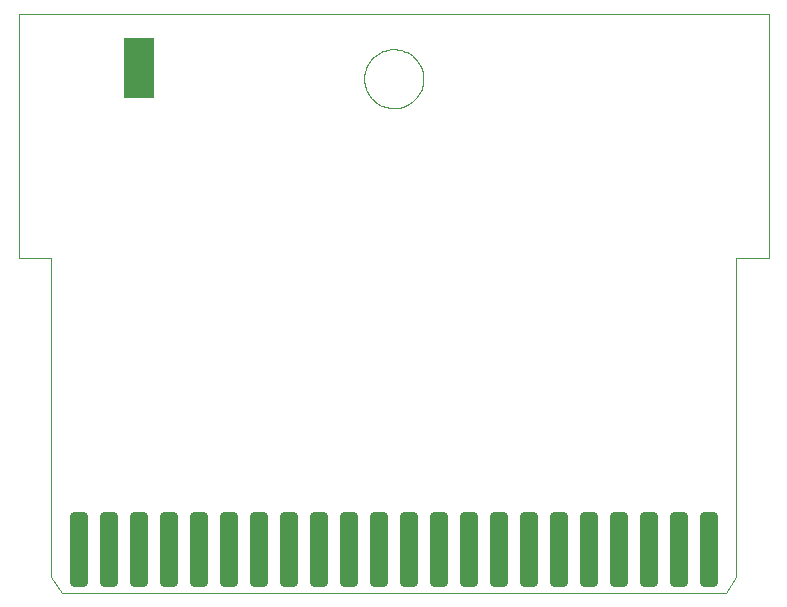
<source format=gbp>
G75*
G70*
%OFA0B0*%
%FSLAX24Y24*%
%IPPOS*%
%LPD*%
%AMOC8*
5,1,8,0,0,1.08239X$1,22.5*
%
%ADD10C,0.0300*%
%ADD11C,0.0000*%
%ADD12R,0.1000X0.2000*%
D10*
X002354Y000847D02*
X002654Y000847D01*
X002354Y000847D02*
X002354Y003047D01*
X002654Y003047D01*
X002654Y000847D01*
X002654Y001146D02*
X002354Y001146D01*
X002354Y001445D02*
X002654Y001445D01*
X002654Y001744D02*
X002354Y001744D01*
X002354Y002043D02*
X002654Y002043D01*
X002654Y002342D02*
X002354Y002342D01*
X002354Y002641D02*
X002654Y002641D01*
X002654Y002940D02*
X002354Y002940D01*
X003354Y000847D02*
X003654Y000847D01*
X003354Y000847D02*
X003354Y003047D01*
X003654Y003047D01*
X003654Y000847D01*
X003654Y001146D02*
X003354Y001146D01*
X003354Y001445D02*
X003654Y001445D01*
X003654Y001744D02*
X003354Y001744D01*
X003354Y002043D02*
X003654Y002043D01*
X003654Y002342D02*
X003354Y002342D01*
X003354Y002641D02*
X003654Y002641D01*
X003654Y002940D02*
X003354Y002940D01*
X004354Y000847D02*
X004654Y000847D01*
X004354Y000847D02*
X004354Y003047D01*
X004654Y003047D01*
X004654Y000847D01*
X004654Y001146D02*
X004354Y001146D01*
X004354Y001445D02*
X004654Y001445D01*
X004654Y001744D02*
X004354Y001744D01*
X004354Y002043D02*
X004654Y002043D01*
X004654Y002342D02*
X004354Y002342D01*
X004354Y002641D02*
X004654Y002641D01*
X004654Y002940D02*
X004354Y002940D01*
X005354Y000847D02*
X005654Y000847D01*
X005354Y000847D02*
X005354Y003047D01*
X005654Y003047D01*
X005654Y000847D01*
X005654Y001146D02*
X005354Y001146D01*
X005354Y001445D02*
X005654Y001445D01*
X005654Y001744D02*
X005354Y001744D01*
X005354Y002043D02*
X005654Y002043D01*
X005654Y002342D02*
X005354Y002342D01*
X005354Y002641D02*
X005654Y002641D01*
X005654Y002940D02*
X005354Y002940D01*
X006354Y000847D02*
X006654Y000847D01*
X006354Y000847D02*
X006354Y003047D01*
X006654Y003047D01*
X006654Y000847D01*
X006654Y001146D02*
X006354Y001146D01*
X006354Y001445D02*
X006654Y001445D01*
X006654Y001744D02*
X006354Y001744D01*
X006354Y002043D02*
X006654Y002043D01*
X006654Y002342D02*
X006354Y002342D01*
X006354Y002641D02*
X006654Y002641D01*
X006654Y002940D02*
X006354Y002940D01*
X007354Y000847D02*
X007654Y000847D01*
X007354Y000847D02*
X007354Y003047D01*
X007654Y003047D01*
X007654Y000847D01*
X007654Y001146D02*
X007354Y001146D01*
X007354Y001445D02*
X007654Y001445D01*
X007654Y001744D02*
X007354Y001744D01*
X007354Y002043D02*
X007654Y002043D01*
X007654Y002342D02*
X007354Y002342D01*
X007354Y002641D02*
X007654Y002641D01*
X007654Y002940D02*
X007354Y002940D01*
X008354Y000847D02*
X008654Y000847D01*
X008354Y000847D02*
X008354Y003047D01*
X008654Y003047D01*
X008654Y000847D01*
X008654Y001146D02*
X008354Y001146D01*
X008354Y001445D02*
X008654Y001445D01*
X008654Y001744D02*
X008354Y001744D01*
X008354Y002043D02*
X008654Y002043D01*
X008654Y002342D02*
X008354Y002342D01*
X008354Y002641D02*
X008654Y002641D01*
X008654Y002940D02*
X008354Y002940D01*
X009354Y000847D02*
X009654Y000847D01*
X009354Y000847D02*
X009354Y003047D01*
X009654Y003047D01*
X009654Y000847D01*
X009654Y001146D02*
X009354Y001146D01*
X009354Y001445D02*
X009654Y001445D01*
X009654Y001744D02*
X009354Y001744D01*
X009354Y002043D02*
X009654Y002043D01*
X009654Y002342D02*
X009354Y002342D01*
X009354Y002641D02*
X009654Y002641D01*
X009654Y002940D02*
X009354Y002940D01*
X010354Y000847D02*
X010654Y000847D01*
X010354Y000847D02*
X010354Y003047D01*
X010654Y003047D01*
X010654Y000847D01*
X010654Y001146D02*
X010354Y001146D01*
X010354Y001445D02*
X010654Y001445D01*
X010654Y001744D02*
X010354Y001744D01*
X010354Y002043D02*
X010654Y002043D01*
X010654Y002342D02*
X010354Y002342D01*
X010354Y002641D02*
X010654Y002641D01*
X010654Y002940D02*
X010354Y002940D01*
X011354Y000847D02*
X011654Y000847D01*
X011354Y000847D02*
X011354Y003047D01*
X011654Y003047D01*
X011654Y000847D01*
X011654Y001146D02*
X011354Y001146D01*
X011354Y001445D02*
X011654Y001445D01*
X011654Y001744D02*
X011354Y001744D01*
X011354Y002043D02*
X011654Y002043D01*
X011654Y002342D02*
X011354Y002342D01*
X011354Y002641D02*
X011654Y002641D01*
X011654Y002940D02*
X011354Y002940D01*
X012354Y000847D02*
X012654Y000847D01*
X012354Y000847D02*
X012354Y003047D01*
X012654Y003047D01*
X012654Y000847D01*
X012654Y001146D02*
X012354Y001146D01*
X012354Y001445D02*
X012654Y001445D01*
X012654Y001744D02*
X012354Y001744D01*
X012354Y002043D02*
X012654Y002043D01*
X012654Y002342D02*
X012354Y002342D01*
X012354Y002641D02*
X012654Y002641D01*
X012654Y002940D02*
X012354Y002940D01*
X013354Y000847D02*
X013654Y000847D01*
X013354Y000847D02*
X013354Y003047D01*
X013654Y003047D01*
X013654Y000847D01*
X013654Y001146D02*
X013354Y001146D01*
X013354Y001445D02*
X013654Y001445D01*
X013654Y001744D02*
X013354Y001744D01*
X013354Y002043D02*
X013654Y002043D01*
X013654Y002342D02*
X013354Y002342D01*
X013354Y002641D02*
X013654Y002641D01*
X013654Y002940D02*
X013354Y002940D01*
X014354Y000847D02*
X014654Y000847D01*
X014354Y000847D02*
X014354Y003047D01*
X014654Y003047D01*
X014654Y000847D01*
X014654Y001146D02*
X014354Y001146D01*
X014354Y001445D02*
X014654Y001445D01*
X014654Y001744D02*
X014354Y001744D01*
X014354Y002043D02*
X014654Y002043D01*
X014654Y002342D02*
X014354Y002342D01*
X014354Y002641D02*
X014654Y002641D01*
X014654Y002940D02*
X014354Y002940D01*
X015354Y000847D02*
X015654Y000847D01*
X015354Y000847D02*
X015354Y003047D01*
X015654Y003047D01*
X015654Y000847D01*
X015654Y001146D02*
X015354Y001146D01*
X015354Y001445D02*
X015654Y001445D01*
X015654Y001744D02*
X015354Y001744D01*
X015354Y002043D02*
X015654Y002043D01*
X015654Y002342D02*
X015354Y002342D01*
X015354Y002641D02*
X015654Y002641D01*
X015654Y002940D02*
X015354Y002940D01*
X016354Y000847D02*
X016654Y000847D01*
X016354Y000847D02*
X016354Y003047D01*
X016654Y003047D01*
X016654Y000847D01*
X016654Y001146D02*
X016354Y001146D01*
X016354Y001445D02*
X016654Y001445D01*
X016654Y001744D02*
X016354Y001744D01*
X016354Y002043D02*
X016654Y002043D01*
X016654Y002342D02*
X016354Y002342D01*
X016354Y002641D02*
X016654Y002641D01*
X016654Y002940D02*
X016354Y002940D01*
X017354Y000847D02*
X017654Y000847D01*
X017354Y000847D02*
X017354Y003047D01*
X017654Y003047D01*
X017654Y000847D01*
X017654Y001146D02*
X017354Y001146D01*
X017354Y001445D02*
X017654Y001445D01*
X017654Y001744D02*
X017354Y001744D01*
X017354Y002043D02*
X017654Y002043D01*
X017654Y002342D02*
X017354Y002342D01*
X017354Y002641D02*
X017654Y002641D01*
X017654Y002940D02*
X017354Y002940D01*
X018354Y000847D02*
X018654Y000847D01*
X018354Y000847D02*
X018354Y003047D01*
X018654Y003047D01*
X018654Y000847D01*
X018654Y001146D02*
X018354Y001146D01*
X018354Y001445D02*
X018654Y001445D01*
X018654Y001744D02*
X018354Y001744D01*
X018354Y002043D02*
X018654Y002043D01*
X018654Y002342D02*
X018354Y002342D01*
X018354Y002641D02*
X018654Y002641D01*
X018654Y002940D02*
X018354Y002940D01*
X019354Y000847D02*
X019654Y000847D01*
X019354Y000847D02*
X019354Y003047D01*
X019654Y003047D01*
X019654Y000847D01*
X019654Y001146D02*
X019354Y001146D01*
X019354Y001445D02*
X019654Y001445D01*
X019654Y001744D02*
X019354Y001744D01*
X019354Y002043D02*
X019654Y002043D01*
X019654Y002342D02*
X019354Y002342D01*
X019354Y002641D02*
X019654Y002641D01*
X019654Y002940D02*
X019354Y002940D01*
X020354Y000847D02*
X020654Y000847D01*
X020354Y000847D02*
X020354Y003047D01*
X020654Y003047D01*
X020654Y000847D01*
X020654Y001146D02*
X020354Y001146D01*
X020354Y001445D02*
X020654Y001445D01*
X020654Y001744D02*
X020354Y001744D01*
X020354Y002043D02*
X020654Y002043D01*
X020654Y002342D02*
X020354Y002342D01*
X020354Y002641D02*
X020654Y002641D01*
X020654Y002940D02*
X020354Y002940D01*
X021354Y000847D02*
X021654Y000847D01*
X021354Y000847D02*
X021354Y003047D01*
X021654Y003047D01*
X021654Y000847D01*
X021654Y001146D02*
X021354Y001146D01*
X021354Y001445D02*
X021654Y001445D01*
X021654Y001744D02*
X021354Y001744D01*
X021354Y002043D02*
X021654Y002043D01*
X021654Y002342D02*
X021354Y002342D01*
X021354Y002641D02*
X021654Y002641D01*
X021654Y002940D02*
X021354Y002940D01*
X022354Y000847D02*
X022654Y000847D01*
X022354Y000847D02*
X022354Y003047D01*
X022654Y003047D01*
X022654Y000847D01*
X022654Y001146D02*
X022354Y001146D01*
X022354Y001445D02*
X022654Y001445D01*
X022654Y001744D02*
X022354Y001744D01*
X022354Y002043D02*
X022654Y002043D01*
X022654Y002342D02*
X022354Y002342D01*
X022354Y002641D02*
X022654Y002641D01*
X022654Y002940D02*
X022354Y002940D01*
X023354Y000847D02*
X023654Y000847D01*
X023354Y000847D02*
X023354Y003047D01*
X023654Y003047D01*
X023654Y000847D01*
X023654Y001146D02*
X023354Y001146D01*
X023354Y001445D02*
X023654Y001445D01*
X023654Y001744D02*
X023354Y001744D01*
X023354Y002043D02*
X023654Y002043D01*
X023654Y002342D02*
X023354Y002342D01*
X023354Y002641D02*
X023654Y002641D01*
X023654Y002940D02*
X023354Y002940D01*
D11*
X001937Y000500D02*
X001583Y001012D01*
X001583Y011646D01*
X000500Y011646D01*
X000500Y019791D01*
X025500Y019791D01*
X025500Y011646D01*
X024417Y011646D01*
X024417Y001012D01*
X024063Y000500D01*
X001937Y000500D01*
X012016Y017626D02*
X012018Y017688D01*
X012024Y017751D01*
X012034Y017812D01*
X012048Y017873D01*
X012065Y017933D01*
X012086Y017992D01*
X012112Y018049D01*
X012140Y018104D01*
X012172Y018158D01*
X012208Y018209D01*
X012246Y018259D01*
X012288Y018305D01*
X012332Y018349D01*
X012380Y018390D01*
X012429Y018428D01*
X012481Y018462D01*
X012535Y018493D01*
X012591Y018521D01*
X012649Y018545D01*
X012708Y018566D01*
X012768Y018582D01*
X012829Y018595D01*
X012891Y018604D01*
X012953Y018609D01*
X013016Y018610D01*
X013078Y018607D01*
X013140Y018600D01*
X013202Y018589D01*
X013262Y018574D01*
X013322Y018556D01*
X013380Y018534D01*
X013437Y018508D01*
X013492Y018478D01*
X013545Y018445D01*
X013596Y018409D01*
X013644Y018370D01*
X013690Y018327D01*
X013733Y018282D01*
X013773Y018234D01*
X013810Y018184D01*
X013844Y018131D01*
X013875Y018077D01*
X013901Y018021D01*
X013925Y017963D01*
X013944Y017903D01*
X013960Y017843D01*
X013972Y017781D01*
X013980Y017720D01*
X013984Y017657D01*
X013984Y017595D01*
X013980Y017532D01*
X013972Y017471D01*
X013960Y017409D01*
X013944Y017349D01*
X013925Y017289D01*
X013901Y017231D01*
X013875Y017175D01*
X013844Y017121D01*
X013810Y017068D01*
X013773Y017018D01*
X013733Y016970D01*
X013690Y016925D01*
X013644Y016882D01*
X013596Y016843D01*
X013545Y016807D01*
X013492Y016774D01*
X013437Y016744D01*
X013380Y016718D01*
X013322Y016696D01*
X013262Y016678D01*
X013202Y016663D01*
X013140Y016652D01*
X013078Y016645D01*
X013016Y016642D01*
X012953Y016643D01*
X012891Y016648D01*
X012829Y016657D01*
X012768Y016670D01*
X012708Y016686D01*
X012649Y016707D01*
X012591Y016731D01*
X012535Y016759D01*
X012481Y016790D01*
X012429Y016824D01*
X012380Y016862D01*
X012332Y016903D01*
X012288Y016947D01*
X012246Y016993D01*
X012208Y017043D01*
X012172Y017094D01*
X012140Y017148D01*
X012112Y017203D01*
X012086Y017260D01*
X012065Y017319D01*
X012048Y017379D01*
X012034Y017440D01*
X012024Y017501D01*
X012018Y017564D01*
X012016Y017626D01*
D12*
X004500Y018000D03*
M02*

</source>
